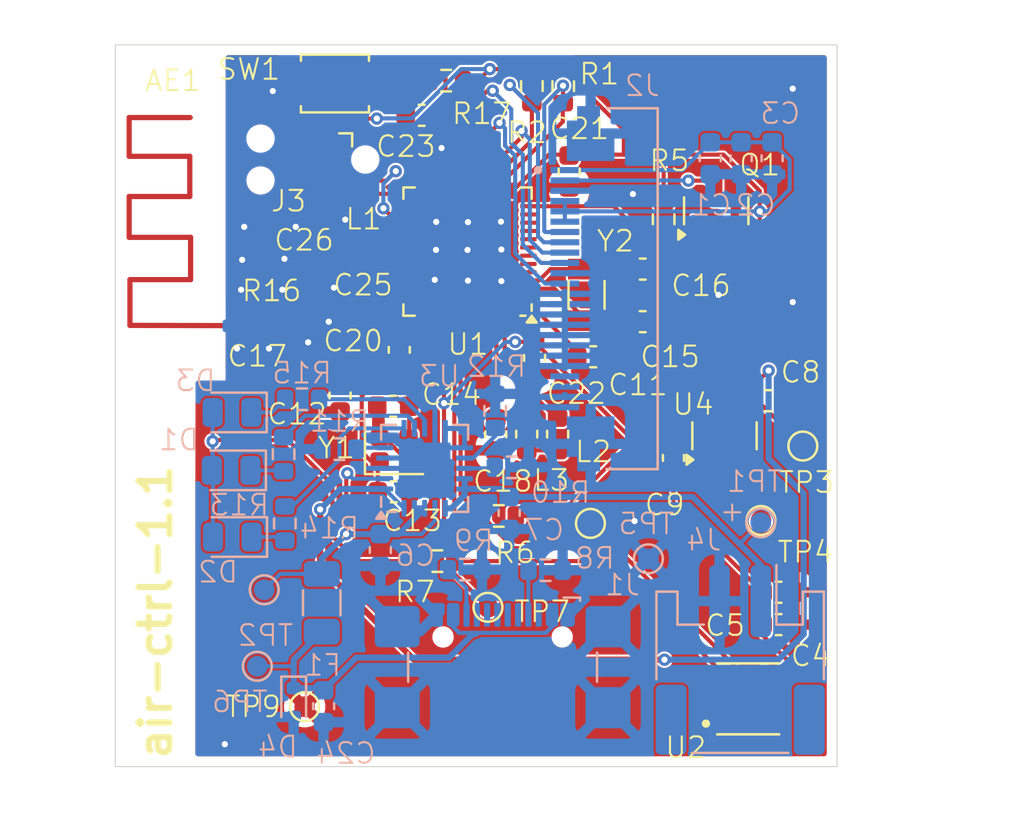
<source format=kicad_pcb>
(kicad_pcb (version 20241229) (generator "pcbnew") (generator_version "9.0")
  (title_block (title "air-ctrl") (date "2025-10-18") (rev "1.1"))
  (layers (0 "F.Cu" signal) (2 "B.Cu" signal) (13 "F.Paste" user) (15 "B.Paste" user) (5 "F.SilkS" user "F.Silkscreen") (7 "B.SilkS" user "B.Silkscreen") (1 "F.Mask" user) (3 "B.Mask" user) (25 "Edge.Cuts" user))
  (property "NAME" "air-ctrl")
  (net 0 "")
  (net 1 "Net-(AE1-FEED)")
  (net 2 "-BATT")
  (net 3 "/power/V_3V3")
  (net 4 "/power/V_IN")
  (net 5 "+BATT")
  (net 6 "Net-(U4-VI)")
  (net 7 "Net-(C26-Pad1)")
  (net 8 "Net-(U1-DEC1)")
  (net 9 "Net-(U1-DEC3)")
  (net 10 "Net-(U1-XC1)")
  (net 11 "Net-(U1-XC2)")
  (net 12 "Net-(U1-P0.00{slash}XL1)")
  (net 13 "Net-(U1-P0.01{slash}XL2)")
  (net 14 "Net-(U1-DEC4)")
  (net 16 "Net-(D1-K)")
  (net 17 "Net-(D2-K)")
  (net 18 "Net-(D3-K)")
  (net 20 "Net-(J1-CC1)")
  (net 23 "/power/V_BUS")
  (net 24 "Net-(J1-CC2)")
  (net 28 "/display/DISP_RST")
  (net 29 "/display/DISP_CS")
  (net 31 "/display/DISP_DC")
  (net 33 "/display/LEDK")
  (net 34 "Net-(J3-~{RESET})")
  (net 35 "Net-(J3-SWDIO)")
  (net 36 "Net-(J3-SWCLK)")
  (net 37 "Net-(J3-SWO)")
  (net 38 "Net-(U1-ANT)")
  (net 39 "Net-(L2-Pad1)")
  (net 40 "Net-(U1-DCC)")
  (net 41 "/display/DISP_BL")
  (net 42 "/display/DISP_MOSI")
  (net 43 "/display/DISP_SCLK")
  (net 44 "/mcu/I2C_SDA")
  (net 45 "/mcu/I2C_SCL")
  (net 46 "Net-(U3-PROG1)")
  (net 47 "Net-(U3-THERM)")
  (net 48 "Net-(U3-PROG3)")
  (net 49 "Net-(U3-STAT2)")
  (net 50 "Net-(U3-~{PG})")
  (net 51 "Net-(U3-STAT1{slash}~{LBO})")
  (footprint "Resistor_SMD:R_0201_0603Metric" (layer "F.Cu") (at 157.025 53.62)
    (property "Reference" "R16")
    (property "Value" "0R")
  )
  (footprint "Package_DFN_QFN:QFN-48-1EP_6x6mm_P0.4mm_EP4.6x4.6mm" (layer "F.Cu") (at 167.08 50 180)
    (property "Reference" "U1")
    (property "Value" "nRF52832-QFxx")
  )
  (footprint "Capacitor_SMD:C_0603_1608Metric" (layer "F.Cu") (at 163.77 54.765 -90)
    (property "Reference" "C20")
    (property "Value" "0.1uF")
  )
  (footprint "Resistor_SMD:R_0603_1608Metric" (layer "F.Cu") (at 165.615 65.01)
    (property "Reference" "R7")
    (property "Value" "4.7k")
  )
  (footprint "Capacitor_SMD:C_0603_1608Metric" (layer "F.Cu") (at 175.575 53.4)
    (property "Reference" "C15")
    (property "Value" "12pF")
  )
  (footprint "Capacitor_SMD:C_0603_1608Metric" (layer "F.Cu") (at 175.575 50.85)
    (property "Reference" "C16")
    (property "Value" "12pF")
  )
  (footprint "Inductor_SMD:L_0603_1608Metric" (layer "F.Cu") (at 171.45 58.8525 90)
    (property "Reference" "L2")
    (property "Value" "10uH")
  )
  (footprint "Capacitor_SMD:C_0201_0603Metric" (layer "F.Cu") (at 155.92 53.27 90)
    (property "Reference" "C17")
    (property "Value" "1.5pF")
  )
  (footprint "TestPoint:TestPoint_Pad_D1.0mm" (layer "F.Cu") (at 181.31 63.04 90)
    (property "Reference" "TP4")
    (property "Value" "TP_3V3")
  )
  (footprint "Resistor_SMD:R_0603_1608Metric" (layer "F.Cu") (at 170.2 41.975 -90)
    (property "Reference" "R2")
    (property "Value" "10k")
  )
  (footprint "Inductor_SMD:L_0603_1608Metric" (layer "F.Cu") (at 169.95 58.8525 -90)
    (property "Reference" "L3")
    (property "Value" "15uH")
  )
  (footprint "Capacitor_SMD:C_0603_1608Metric" (layer "F.Cu") (at 163.475 57.5)
    (property "Reference" "C14")
    (property "Value" "12pF")
  )
  (footprint "Package_TO_SOT_SMD:SOT-23" (layer "F.Cu") (at 179.54 58.9325 90)
    (property "Reference" "U4")
    (property "Value" "MCP1700x-330xxTT")
  )
  (footprint "Package_TO_SOT_SMD:SOT-23" (layer "F.Cu") (at 179.14 48.0225 90)
    (property "Reference" "Q1")
    (property "Value" "BSS138")
  )
  (footprint "Capacitor_SMD:C_0603_1608Metric" (layer "F.Cu") (at 164.855 43.39 180)
    (property "Reference" "C23")
    (property "Value" "100nF")
  )
  (footprint "Capacitor_SMD:C_0603_1608Metric" (layer "F.Cu") (at 173.175 55.1)
    (property "Reference" "C11")
    (property "Value" "100nF")
  )
  (footprint "TestPoint:TestPoint_Pad_D1.0mm" (layer "F.Cu") (at 183.34 59.43 90)
    (property "Reference" "TP3")
    (property "Value" "TP_VOUT")
  )
  (footprint "BME688:IC_BME688" (layer "F.Cu") (at 180.6875 71.69 180)
    (property "Reference" "U2")
    (property "Value" "BME688")
  )
  (footprint "Capacitor_SMD:C_0603_1608Metric" (layer "F.Cu") (at 181.655 57.23)
    (property "Reference" "C8")
    (property "Value" "1uF")
  )
  (footprint "Resistor_SMD:R_0603_1608Metric" (layer "F.Cu") (at 168.595 62.82 180)
    (property "Reference" "R6")
    (property "Value" "4.7k")
  )
  (footprint "Capacitor_SMD:C_0603_1608Metric" (layer "F.Cu") (at 177.065 60.0075 90)
    (property "Reference" "C9")
    (property "Value" "1uF")
  )
  (footprint "TestPoint:TestPoint_Pad_D1.0mm" (layer "F.Cu") (at 173.04 63.18 180)
    (property "Reference" "TP8" (hide yes))
    (property "Value" "TP_SDA")
  )
  (footprint "Resistor_SMD:R_0603_1608Metric" (layer "F.Cu") (at 176.59 48.435 -90)
    (property "Reference" "R5")
    (property "Value" "10k")
  )
  (footprint "Button_Switch_SMD:SW_SPST_B3U-1000P" (layer "F.Cu") (at 160.65 41.85)
    (property "Reference" "SW1")
    (property "Value" "SW_RST")
  )
  (footprint "Resistor_SMD:R_0603_1608Metric" (layer "F.Cu") (at 171.72 41.98 -90)
    (property "Reference" "R1")
    (property "Value" "10k")
  )
  (footprint "Capacitor_SMD:C_0603_1608Metric" (layer "F.Cu") (at 170.33 55.155 -90)
    (property "Reference" "C22")
    (property "Value" "4.7uF")
  )
  (footprint "Capacitor_SMD:C_0603_1608Metric" (layer "F.Cu") (at 163.5 61.65 180)
    (property "Reference" "C13")
    (property "Value" "12pF")
  )
  (footprint "RF_Antenna:Antenna_BLE" (layer "F.Cu") (at 153.71 48.88 90)
    (property "Reference" "AE1")
    (property "Value" "~")
  )
  (footprint "Capacitor_SMD:C_0201_0603Metric" (layer "F.Cu") (at 163.1 49.77 -90)
    (property "Reference" "C25")
    (property "Value" "0.8pF")
  )
  (footprint "Resistor_SMD:R_0603_1608Metric" (layer "F.Cu") (at 166.045 41.71)
    (property "Reference" "R17")
    (property "Value" "10k")
  )
  (footprint "Connector:Tag-Connect_TC2030-IDC-NL_2x03_P1.27mm_Vertical" (layer "F.Cu") (at 159.58 45.535 180)
    (property "Reference" "J3")
    (property "Value" "Conn_ARM_SWD_TagConnect_TC2030-NL")
  )
  (footprint "Inductor_SMD:L_0201_0603Metric" (layer "F.Cu") (at 162.035 49.47)
    (property "Reference" "L1")
    (property "Value" "3.9nH")
  )
  (footprint "Capacitor_SMD:C_0603_1608Metric" (layer "F.Cu") (at 182.165 68.09)
    (property "Reference" "C5")
    (property "Value" "4.7uF")
  )
  (footprint "TestPoint:TestPoint_Pad_D1.0mm" (layer "F.Cu") (at 159.18 72.07)
    (property "Reference" "TP9")
    (property "Value" "TP_GND")
  )
  (footprint "Capacitor_SMD:C_0201_0603Metric" (layer "F.Cu") (at 160.98 50.125 -90)
    (property "Reference" "C26")
    (property "Value" "NC")
  )
  (footprint "Crystal:Crystal_SMD_3215-2Pin_3.2x1.5mm" (layer "F.Cu") (at 172.85 52.1 -90)
    (property "Reference" "Y2")
    (property "Value" "32.768kHz")
  )
  (footprint "TestPoint:TestPoint_Pad_D1.0mm" (layer "F.Cu") (at 168.07 67.25 180)
    (property "Reference" "TP7")
    (property "Value" "TP_SCL")
  )
  (footprint "Crystal:Crystal_SMD_2016-4Pin_2.0x1.6mm" (layer "F.Cu") (at 163.515 59.58)
    (property "Reference" "Y1")
    (property "Value" "32MHz")
  )
  (footprint "Capacitor_SMD:C_0603_1608Metric" (layer "F.Cu") (at 160.9 56.975 -90)
    (property "Reference" "C12")
    (property "Value" "100pF")
  )
  (footprint "Capacitor_SMD:C_0603_1608Metric" (layer "F.Cu") (at 172.01 46.115 -90)
    (property "Reference" "C21")
    (property "Value" "0.1uF")
  )
  (footprint "Capacitor_SMD:C_0603_1608Metric" (layer "F.Cu") (at 168.45 58.865 -90)
    (property "Reference" "C18")
    (property "Value" "1uF")
  )
  (footprint "Capacitor_SMD:C_0603_1608Metric" (layer "F.Cu") (at 182.165 66.52)
    (property "Reference" "C4")
    (property "Value" "0.1uF")
  )
  (footprint "TestPoint:TestPoint_Pad_D1.0mm" (layer "B.Cu") (at 181.3 63.15 -90)
    (property "Reference" "TP1")
    (property "Value" "TP_VBATT")
  )
  (footprint "Resistor_SMD:R_0603_1608Metric" (layer "B.Cu") (at 160.865 59.58 180)
    (property "Reference" "R11")
    (property "Value" "10k")
  )
  (footprint "Capacitor_SMD:C_0603_1608Metric" (layer "B.Cu") (at 162.85 64.475 -90)
    (property "Reference" "C6")
    (property "Value" "10uF")
  )
  (footprint "LED_SMD:LED_0805_2012Metric" (layer "B.Cu") (at 155.6725 63.84 180)
    (property "Reference" "D2")
    (property "Value" "PWR_LED")
  )
  (footprint "Capacitor_SMD:C_0603_1608Metric" (layer "B.Cu") (at 160.1 72.045 -90)
    (property "Reference" "C24")
    (property "Value" "100nF")
  )
  (footprint "TestPoint:TestPoint_Pad_D1.0mm" (layer "B.Cu") (at 157.22 66.4 -90)
    (property "Reference" "TP2")
    (property "Value" "TP_VIN")
  )
  (footprint "Package_DFN_QFN:QFN-20-1EP_4x4mm_P0.5mm_EP2.5x2.5mm" (layer "B.Cu") (at 165 60.5125)
    (property "Reference" "U3")
    (property "Value" "MCP73871-2CC")
  )
  (footprint "Capacitor_SMD:C_0603_1608Metric" (layer "B.Cu") (at 180.35 45.475 -90)
    (property "Reference" "C2")
    (property "Value" "10uF")
  )
  (footprint "LED_SMD:LED_0805_2012Metric" (layer "B.Cu") (at 155.6175 60.61 180)
    (property "Reference" "D1")
    (property "Value" "CHG_LED")
  )
  (footprint "Resistor_SMD:R_0603_1608Metric" (layer "B.Cu") (at 166.955 65.42)
    (property "Reference" "R9")
    (property "Value" "5.1k")
  )
  (footprint "TestPoint:TestPoint_Pad_D1.0mm" (layer "B.Cu") (at 156.885 70.11 -90)
    (property "Reference" "TP6")
    (property "Value" "TP_VBUS")
  )
  (footprint "Resistor_SMD:R_0603_1608Metric" (layer "B.Cu") (at 168.42 57.725 90)
    (property "Reference" "R12")
    (property "Value" "10k")
  )
  (footprint "Capacitor_SMD:C_0603_1608Metric" (layer "B.Cu") (at 178.85 45.475 -90)
    (property "Reference" "C1")
    (property "Value" "10uF")
  )
  (footprint "SFV24R_2STE1HLF:AMPHENOL_SFV24R-2STE1HLF" (layer "B.Cu") (at 174.2 51.8 -90)
    (property "Reference" "J2")
    (property "Value" "SFV24R-2STE1HLF")
  )
  (footprint "Connector_JST:JST_PH_S2B-PH-SM4-TB_1x02-1MP_P2.00mm_Horizontal" (layer "B.Cu") (at 180.3 69.8 180)
    (property "Reference" "J4")
    (property "Value" "Conn_01x02")
  )
  (footprint "Connector_USB:USB_C_Receptacle_GCT_USB4110" (layer "B.Cu") (at 168.78 71.295 180)
    (property "Reference" "J1")
    (property "Value" "USB_C_Receptacle_USB2.0_16P")
  )
  (footprint "Diode_SMD:D_SOD-523" (layer "B.Cu") (at 158.65 71.87 -90)
    (property "Reference" "D4")
    (property "Value" "ESD5Zxx")
  )
  (footprint "Resistor_SMD:R_0603_1608Metric" (layer "B.Cu") (at 158.22 63.185 90)
    (property "Reference" "R14")
    (property "Value" "12k")
  )
  (footprint "Resistor_SMD:R_0603_1608Metric" (layer "B.Cu") (at 159.055 57.16)
    (property "Reference" "R15")
    (property "Value" "12k")
  )
  (footprint "Resistor_SMD:R_0603_1608Metric" (layer "B.Cu") (at 158.16 59.825 90)
    (property "Reference" "R13")
    (property "Value" "12k")
  )
  (footprint "Fuse:Fuse_1206_3216Metric" (layer "B.Cu") (at 160.01 67.03 90)
    (property "Reference" "F1")
    (property "Value" "Polyfuse")
  )
  (footprint "Resistor_SMD:R_0603_1608Metric" (layer "B.Cu") (at 169.225 60.46)
    (property "Reference" "R10")
    (property "Value" "10k")
  )
  (footprint "Capacitor_SMD:C_0603_1608Metric" (layer "B.Cu") (at 169.1 62.675 -90)
    (property "Reference" "C7")
    (property "Value" "100uF")
  )
  (footprint "TestPoint:TestPoint_Pad_D1.0mm" (layer "B.Cu") (at 175.85 64.9 -90)
    (property "Reference" "TP5")
    (property "Value" "TP_GND")
  )
  (footprint "Capacitor_SMD:C_0603_1608Metric" (layer "B.Cu") (at 181.85 45.475 -90)
    (property "Reference" "C3")
    (property "Value" "0.1uF")
  )
  (footprint "LED_SMD:LED_0805_2012Metric" (layer "B.Cu") (at 155.6575 57.8 180)
    (property "Reference" "D3")
    (property "Value" "LBAT_LED")
  )
  (footprint "Resistor_SMD:R_0603_1608Metric" (layer "B.Cu") (at 170.865 65.45)
    (property "Reference" "R8")
    (property "Value" "5.1k")
  )
  (gr_curve (pts (xy 159.63 50.76) (xy 159.74 50.03) (xy 160.37 49.47) (xy 161.57 49.49)) (stroke (width 0.889)) (layer "F.Cu") (net 7))
  (gr_curve (pts (xy 157.48 53.72) (xy 158.75 53.76) (xy 159.42 53.49) (xy 159.58 52.56)) (stroke (width 0.889)) (layer "F.Cu") (net 7))
  (gr_curve (pts (xy 159.58 52.56) (xy 159.62 51.89) (xy 159.55 51.08) (xy 159.62 50.78)) (stroke (width 0.889)) (layer "F.Cu") (net 7))
  (gr_rect (start 150 39.975) (end 185 74.975) (stroke (width 0.05)) (fill no) (layer "Edge.Cuts"))
  (gr_text "${NAME}-${REVISION}" (at 152.82 74.75 90) (layer "F.SilkS") (effects (font (size 1.5 1.5) (thickness 0.3) (bold yes)) (justify left bottom)))
  (gr_text "+" (at 180.6 63.15 0) (layer "B.SilkS") (effects (font (size 1 1) (thickness 0.1)) (justify left bottom mirror)))
  (segment (start 155.678274 53.59) (end 155.677999 53.590275) (width 0.2) (layer "F.Cu") (net 1))
  (segment (start 155.9 53.61) (end 155.92 53.59) (width 0.2) (layer "F.Cu") (net 1))
  (segment (start 155.92 53.59) (end 156.675 53.59) (width 0.2) (layer "F.Cu") (net 1))
  (segment (start 155.92 53.59) (end 155.678274 53.59) (width 0.2) (layer "F.Cu") (net 1))
  (segment (start 156.675 53.59) (end 156.705 53.62) (width 0.2) (layer "F.Cu") (net 1))
  (segment (start 163.21 50.2) (end 163.1 50.09) (width 0.2) (layer "F.Cu") (net 2))
  (segment (start 157.19 43.43) (end 157.19 42.66) (width 0.2) (layer "F.Cu") (net 2))
  (segment (start 168.08 52.95) (end 168.08 53.55) (width 0.2) (layer "F.Cu") (net 2))
  (segment (start 163.050936 59.03) (end 164.150936 60.13) (width 0.2) (layer "F.Cu") (net 2))
  (segment (start 164.215 61.59) (end 164.275 61.65) (width 0.2) (layer "F.Cu") (net 2))
  (segment (start 164.150936 60.13) (end 164.215 60.13) (width 0.2) (layer "F.Cu") (net 2))
  (segment (start 164.13 50.2) (end 166.88 50.2) (width 0.2) (layer "F.Cu") (net 2))
  (segment (start 168.08 53.55) (end 167.35 54.28) (width 0.2) (layer "F.Cu") (net 2))
  (segment (start 162.7 57.5) (end 162.7 58.915) (width 0.2) (layer "F.Cu") (net 2))
  (segment (start 164.215 60.13) (end 164.215 61.59) (width 0.2) (layer "F.Cu") (net 2))
  (segment (start 164.13 50.2) (end 163.21 50.2) (width 0.2) (layer "F.Cu") (net 2))
  (segment (start 182.94 68.09) (end 182.94 66.52) (width 0.2) (layer "F.Cu") (net 2))
  (segment (start 158.31 44.9) (end 158.31 44.55) (width 0.2) (layer "F.Cu") (net 2))
  (segment (start 158.31 44.55) (end 157.19 43.43) (width 0.2) (layer "F.Cu") (net 2))
  (segment (start 157.19 42.66) (end 157.635 42.215) (width 0.2) (layer "F.Cu") (net 2))
  (segment (start 166.88 50.2) (end 167.08 50) (width 0.2) (layer "F.Cu") (net 2))
  (segment (start 162.815 59.03) (end 163.050936 59.03) (width 0.2) (layer "F.Cu") (net 2))
  (segment (start 162.7 58.915) (end 162.815 59.03) (width 0.2) (layer "F.Cu") (net 2))
  (via (at 156.1 51.85) (size 0.6) (drill 0.3) (layers "F.Cu" "B.Cu") (net 2))
  (via (at 161.15 48.45) (size 0.6) (drill 0.3) (layers "F.Cu" "B.Cu") (net 2))
  (via (at 155.31 73.89) (size 0.6) (drill 0.3) (layers "F.Cu" "B.Cu") (net 2))
  (via (at 175.18 63.07) (size 0.6) (drill 0.3) (layers "F.Cu" "B.Cu") (net 2))
  (via (at 155.9 54.7) (size 0.6) (drill 0.3) (layers "F.Cu" "B.Cu") (net 2))
  (via (at 157.45 54.7) (size 0.6) (drill 0.3) (layers "F.Cu" "B.Cu") (net 2))
  (via (at 158.2 50.35) (size 0.6) (drill 0.3) (layers "F.Cu" "B.Cu") (net 2))
  (via (at 160.6 51.75) (size 0.6) (drill 0.3) (layers "F.Cu" "B.Cu") (net 2))
  (via (at 156.25 48.8) (size 0.6) (drill 0.3) (layers "F.Cu" "B.Cu") (net 2))
  (via (at 182.85 42.1) (size 0.6) (drill 0.3) (layers "F.Cu" "B.Cu") (net 2))
  (via (at 165.56 48.56) (size 0.6) (drill 0.3) (layers "F.Cu" "B.Cu") (net 2))
  (via (at 179.25 52.1) (size 0.6) (drill 0.3) (layers "F.Cu" "B.Cu") (net 2))
  (via (at 167.1 51.41) (size 0.6) (drill 0.3) (layers "F.Cu" "B.Cu") (net 2))
  (via (at 175.1 47.21) (size 0.6) (drill 0.3) (layers "F.Cu" "B.Cu") (net 2))
  (via (at 165.82 44.98) (size 0.6) (drill 0.3) (layers "F.Cu" "B.Cu") (net 2))
  (via (at 158.1 51.85) (size 0.6) (drill 0.3) (layers "F.Cu" "B.Cu") (net 2))
  (via (at 158.75 48.8) (size 0.6) (drill 0.3) (layers "F.Cu" "B.Cu") (net 2))
  (via (at 159.35 54.4) (size 0.6) (drill 0.3) (layers "F.Cu" "B.Cu") (net 2))
  (via (at 168.72 51.43) (size 0.6) (drill 0.3) (layers "F.Cu" "B.Cu") (net 2))
  (via (at 167.08 49.92) (size 0.6) (drill 0.3) (layers "F.Cu" "B.Cu") (net 2))
  (via (at 165.49 51.37) (size 0.6) (drill 0.3) (layers "F.Cu" "B.Cu") (net 2))
  (via (at 167.1 48.57) (size 0.6) (drill 0.3) (layers "F.Cu" "B.Cu") (net 2))
  (via (at 160.35 53.4) (size 0.6) (drill 0.3) (layers "F.Cu" "B.Cu") (net 2))
  (via (at 182.85 52.45) (size 0.6) (drill 0.3) (layers "F.Cu" "B.Cu") (net 2))
  (via (at 157.635 42.215) (size 0.6) (drill 0.3) (layers "F.Cu" "B.Cu") (net 2))
  (via (at 168.72 49.9) (size 0.6) (drill 0.3) (layers "F.Cu" "B.Cu") (net 2))
  (via (at 156.15 50.4) (size 0.6) (drill 0.3) (layers "F.Cu" "B.Cu") (net 2))
  (via (at 165.55 49.92) (size 0.6) (drill 0.3) (layers "F.Cu" "B.Cu") (net 2))
  (via (at 168.7 48.55) (size 0.6) (drill 0.3) (layers "F.Cu" "B.Cu") (net 2))
  (segment (start 173.315 67.615) (end 173.89 68.19) (width 0.2) (layer "B.Cu") (net 2))
  (segment (start 177.065 60.7825) (end 176.7425 60.7825) (width 0.2) (layer "F.Cu") (net 3))
  (segment (start 181.31 63.04) (end 181.31 60.69) (width 0.2) (layer "F.Cu") (net 3))
  (segment (start 174.66 44.095) (end 174.66 45.3) (width 0.2) (layer "F.Cu") (net 3))
  (segment (start 171.6 45.3) (end 173.15 45.3) (width 0.2) (layer "F.Cu") (net 3))
  (segment (start 182.57 69.79) (end 181.39 68.61) (width 0.2) (layer "F.Cu") (net 3))
  (segment (start 171.715 41.15) (end 171.72 41.155) (width 0.2) (layer "F.Cu") (net 3))
  (segment (start 165.94 63.86) (end 164.79 65.01) (width 0.2) (layer "F.Cu") (net 3))
  (segment (start 169.28 52.95) (end 169.28 53.35) (width 0.2) (layer "F.Cu") (net 3))
  (segment (start 171.72 41.155) (end 174.66 44.095) (width 0.2) (layer "F.Cu") (net 3))
  (segment (start 182.57 70.9) (end 182.57 69.79) (width 0.2) (layer "F.Cu") (net 3))
  (segment (start 160.53 63.81) (end 160.53 61.31) (width 0.2) (layer "F.Cu") (net 3))
  (segment (start 168.16 41.15) (end 170.2 41.15) (width 0.2) (layer "F.Cu") (net 3))
  (segment (start 166.87 41.71) (end 167.6 41.71) (width 0.2) (layer "F.Cu") (net 3))
  (segment (start 158.36 59.14) (end 154.73 59.14) (width 0.2) (layer "F.Cu") (net 3))
  (segment (start 181.31 60.69) (end 180.49 59.87) (width 0.2) (layer "F.Cu") (net 3))
  (segment (start 170.2 41.15) (end 171.715 41.15) (width 0.2) (layer "F.Cu") (net 3))
  (segment (start 180.75 72.89) (end 179.95 72.09) (width 0.2) (layer "F.Cu") (net 3))
  (segment (start 165.94 56.16) (end 163.77 53.99) (width 0.2) (layer "F.Cu") (net 3))
  (segment (start 179.95 72.09) (end 179.4875 72.09) (width 0.2) (layer "F.Cu") (net 3))
  (segment (start 176.7425 60.7825) (end 175.12 59.16) (width 0.2) (layer "F.Cu") (net 3))
  (segment (start 174.66 45.3) (end 176.59 45.3) (width 0.2) (layer "F.Cu") (net 3))
  (segment (start 181.25 48.05) (end 181.25 53.03) (width 0.2) (layer "F.Cu") (net 3))
  (segment (start 181.8875 72.89) (end 182.57 72.2075) (width 0.2) (layer "F.Cu") (net 3))
  (segment (start 181.8875 72.89) (end 180.75 72.89) (width 0.2) (layer "F.Cu") (net 3))
  (segment (start 170.33 54) (end 169.28 52.95) (width 0.2) (layer "F.Cu") (net 3))
  (segment (start 182.18 71.29) (end 182.57 70.9) (width 0.2) (layer "F.Cu") (net 3))
  (segment (start 164.13 52.2) (end 164.13 53.63) (width 0.2) (layer "F.Cu") (net 3))
  (segment (start 154.73 59.14) (end 154.72 59.15) (width 0.2) (layer "F.Cu") (net 3))
  (segment (start 164.13 53.63) (end 163.77 53.99) (width 0.2) (layer "F.Cu") (net 3))
  (segment (start 177.191 60.9085) (end 179.4515 60.9085) (width 0.2) (layer "F.Cu") (net 3))
  (segment (start 181.39 68.09) (end 181.39 66.52) (width 0.2) (layer "F.Cu") (net 3))
  (segment (start 177.065 62.195) (end 181.39 66.52) (width 0.2) (layer "F.Cu") (net 3))
  (segment (start 181.25 53.03) (end 175.12 59.16) (width 0.2) (layer "F.Cu") (net 3))
  (segment (start 171.46 62.82) (end 169.42 62.82) (width 0.2) (layer "F.Cu") (net 3))
  (segment (start 169.39 54.38) (end 170.33 54.38) (width 0.2) (layer "F.Cu") (net 3))
  (segment (start 177.065 60.7825) (end 177.191 60.9085) (width 0.2) (layer "F.Cu") (net 3))
  (segment (start 182.57 72.2075) (end 182.57 70.9) (width 0.2) (layer "F.Cu") (net 3))
  (segment (start 181.25 47.06) (end 181.25 48.05) (width 0.2) (layer "F.Cu") (net 3))
  (segment (start 179.49 45.3) (end 181.25 47.06) (width 0.2) (layer "F.Cu") (net 3))
  (segment (start 164.79 65.01) (end 161.73 65.01) (width 0.2) (layer "F.Cu") (net 3))
  (segment (start 176.59 45.3) (end 179.49 45.3) (width 0.2) (layer "F.Cu") (net 3))
  (segment (start 175.11 59.16) (end 175.12 59.16) (width 0.2) (layer "F.Cu") (net 3))
  (segment (start 165.94 57.35) (end 165.94 56.16) (width 0.2) (layer "F.Cu") (net 3))
  (segment (start 174.7 45.3) (end 173.15 45.3) (width 0.2) (layer "F.Cu") (net 3))
  (segment (start 170.33 54.38) (end 175.11 59.16) (width 0.2) (layer "F.Cu") (net 3))
  (segment (start 181.39 68.61) (end 181.39 68.09) (width 0.2) (layer "F.Cu") (net 3))
  (segment (start 175.12 59.16) (end 171.46 62.82) (width 0.2) (layer "F.Cu") (net 3))
  (segment (start 165.94 57.35) (end 165.94 63.86) (width 0.2) (layer "F.Cu") (net 3))
  (segment (start 161.73 65.01) (end 160.53 63.81) (width 0.2) (layer "F.Cu") (net 3))
  (segment (start 176.59 47.61) (end 176.59 45.3) (width 0.2) (layer "F.Cu") (net 3))
  (segment (start 160.85 44.9) (end 162.2 43.55) (width 0.2) (layer "F.Cu") (net 3))
  (segment (start 169.28 53.33) (end 169.28 52.95) (width 0.2) (layer "F.Cu") (net 3))
  (segment (start 167.6 41.71) (end 168.16 41.15) (width 0.2) (layer "F.Cu") (net 3))
  (segment (start 171.03 45.3) (end 171.6 45.3) (width 0.2) (layer "F.Cu") (net 3))
  (segment (start 162.2 43.55) (end 162.68 43.55) (width 0.2) (layer "F.Cu") (net 3))
  (segment (start 169.28 47.05) (end 171.03 45.3) (width 0.2) (layer "F.Cu") (net 3))
  (segment (start 179.4515 60.9085) (end 180.49 59.87) (width 0.2) (layer "F.Cu") (net 3))
  (segment (start 181.8875 71.29) (end 182.18 71.29) (width 0.2) (layer "F.Cu") (net 3))
  (segment (start 177.065 60.7825) (end 177.065 62.195) (width 0.2) (layer "F.Cu") (net 3))
  (segment (start 170.33 54.38) (end 170.33 54) (width 0.2) (layer "F.Cu") (net 3))
  (segment (start 160.53 61.31) (end 158.36 59.14) (width 0.2) (layer "F.Cu") (net 3))
  (via (at 181.25 48.05) (size 0.6) (drill 0.3) (layers "F.Cu" "B.Cu") (net 3))
  (via (at 162.68 43.55) (size 0.6) (drill 0.3) (layers "F.Cu" "B.Cu") (net 3))
  (via (at 165.94 57.35) (size 0.6) (drill 0.3) (layers "F.Cu" "B.Cu") (net 3))
  (via (at 154.72 59.2) (size 0.6) (drill 0.3) (layers "F.Cu" "B.Cu") (net 3))
  (via (at 169.39 54.38) (size 0.6) (drill 0.3) (layers "F.Cu" "B.Cu") (net 3))
  (via (at 168.16 41.15) (size 0.6) (drill 0.3) (layers "F.Cu" "B.Cu") (net 3))
  (segment (start 182 44.7) (end 181.85 44.7) (width 0.2) (layer "B.Cu") (net 3))
  (segment (start 154.735 63.84) (end 154.735 60.665) (width 0.2) (layer "B.Cu") (net 3))
  (segment (start 181.85 44.7) (end 180.35 44.7) (width 0.2) (layer "B.Cu") (net 3))
  (segment (start 154.72 57.8) (end 154.72 59.2) (width 0.2) (layer "B.Cu") (net 3))
  (segment (start 166.77 41.15) (end 168.16 41.15) (width 0.2) (layer "B.Cu") (net 3))
  (segment (start 181.63 48.05) (end 182.7 46.98) (width 0.2) (layer "B.Cu") (net 3))
  (segment (start 182.7 46.98) (end 182.7 45.55) (width 0.2) (layer "B.Cu") (net 3))
  (segment (start 162.69 43.54) (end 164.38 43.54) (width 0.2) (layer "B.Cu") (net 3))
  (segment (start 154.72 60.57) (end 154.68 60.61) (width 0.2) (layer "B.Cu") (net 3))
  (segment (start 162.68 43.55) (end 162.69 43.54) (width 0.2) (layer "B.Cu") (net 3))
  (segment (start 171.8 48.05) (end 181.25 48.05) (width 0.2) (layer "B.Cu") (net 3))
  (segment (start 168.91 54.38) (end 165.94 57.35) (width 0.2) (layer "B.Cu") (net 3))
  (segment (start 171.8 46.05) (end 177.5 46.05) (width 0.2) (layer "B.Cu") (net 3))
  (segment (start 171.8 48.55) (end 171.8 48.05) (width 0.2) (layer "B.Cu") (net 3))
  (segment (start 178.85 44.7) (end 180.35 44.7) (width 0.2) (layer "B.Cu") (net 3))
  (segment (start 169.39 54.38) (end 168.91 54.38) (width 0.2) (layer "B.Cu") (net 3))
  (segment (start 177.5 46.05) (end 178.85 44.7) (width 0.2) (layer "B.Cu") (net 3))
  (segment (start 181.25 48.05) (end 181.63 48.05) (width 0.2) (layer "B.Cu") (net 3))
  (segment (start 164.38 43.54) (end 166.77 41.15) (width 0.2) (layer "B.Cu") (net 3))
  (segment (start 171.8 47.55) (end 171.8 48.05) (width 0.2) (layer "B.Cu") (net 3))
  (segment (start 154.72 59.2) (end 154.72 60.57) (width 0.2) (layer "B.Cu") (net 3))
  (segment (start 154.735 60.665) (end 154.68 60.61) (width 0.2) (layer "B.Cu") (net 3))
  (segment (start 182.7 45.55) (end 181.85 44.7) (width 0.2) (layer "B.Cu") (net 3))
  (segment (start 161.2 63.69) (end 161.19 63.7) (width 0.2) (layer "F.Cu") (net 4))
  (segment (start 161.2 60.8) (end 161.2 63.69) (width 0.2) (layer "F.Cu") (net 4))
  (segment (start 161.2 60.8) (end 161.25 60.75) (width 0.3) (layer "F.Cu") (net 4))
  (via (at 161.25 60.75) (size 0.6) (drill 0.3) (layers "F.Cu" "B.Cu") (net 4))
  (via (at 161.19 63.7) (size 0.6) (drill 0.3) (layers "F.Cu" "B.Cu") (net 4))
  (segment (start 164.85 63.7) (end 163.75 63.7) (width 0.2) (layer "B.Cu") (net 4))
  (segment (start 160.01 64.88) (end 160.01 65.63) (width 0.3) (layer "B.Cu") (net 4))
  (segment (start 161.19 63.7) (end 162.85 63.7) (width 0.3) (layer "B.Cu") (net 4))
  (segment (start 163.75 63.7) (end 165 62.45) (width 0.3) (layer "B.Cu") (net 4))
  (segment (start 164.5 62.45) (end 165 62.45) (width 0.3) (layer "B.Cu") (net 4))
  (segment (start 161.5125 61.0125) (end 161.25 60.75) (width 0.2) (layer "B.Cu") (net 4))
  (segment (start 157.99 65.63) (end 157.22 66.4) (width 0.2) (layer "B.Cu") (net 4))
  (segment (start 162.85 63.7) (end 163.75 63.7) (width 0.3) (layer "B.Cu") (net 4))
  (segment (start 160.01 65.63) (end 157.99 65.63) (width 0.2) (layer "B.Cu") (net 4))
  (segment (start 161.19 63.7) (end 160.01 64.88) (width 0.3) (layer "B.Cu") (net 4))
  (segment (start 165.5 63.05) (end 164.85 63.7) (width 0.2) (layer "B.Cu") (net 4))
  (segment (start 165.5 62.45) (end 165.5 63.05) (width 0.2) (layer "B.Cu") (net 4))
  (segment (start 163.0625 61.0125) (end 161.5125 61.0125) (width 0.2) (layer "B.Cu") (net 4))
  (segment (start 166.9375 61.0125) (end 166.9375 61.5125) (width 0.3) (layer "B.Cu") (net 5))
  (segment (start 178 61.9) (end 169.1 61.9) (width 0.3) (layer "B.Cu") (net 5))
  (segment (start 180.28 64.18) (end 178 61.9) (width 0.3) (layer "B.Cu") (net 5))
  (segment (start 181.3 63.15) (end 180.28 64.17) (width 0.2) (layer "B.Cu") (net 5))
  (segment (start 166.9375 61.5125) (end 168.7125 61.5125) (width 0.3) (layer "B.Cu") (net 5))
  (segment (start 166.3 62.45) (end 166.9375 61.8125) (width 0.3) (layer "B.Cu") (net 5))
  (segment (start 181.3 65.2) (end 180.28 64.18) (width 0.3) (layer "B.Cu") (net 5))
  (segment (start 168.7125 61.5125) (end 169.1 61.9) (width 0.3) (layer "B.Cu") (net 5))
  (segment (start 180.28 64.17) (end 180.28 64.18) (width 0.2) (layer "B.Cu") (net 5))
  (segment (start 181.3 66.95) (end 181.3 65.2) (width 0.3) (layer "B.Cu") (net 5))
  (segment (start 166.9375 61.8125) (end 166.9375 61.5125) (width 0.3) (layer "B.Cu") (net 5))
  (segment (start 166 62.45) (end 166.3 62.45) (width 0.3) (layer "B.Cu") (net 5))
  (segment (start 180.88 56.57) (end 181.68 55.77) (width 0.2) (layer "F.Cu") (net 6))
  (segment (start 164.48 69.79) (end 176.63 69.79) (width 0.3) (layer "F.Cu") (net 6))
  (segment (start 181.14 57.23) (end 180.88 57.23) (width 0.2) (layer "F.Cu") (net 6))
  (segment (start 179.54 57.995) (end 180.115 57.995) (width 0.2) (layer "F.Cu") (net 6))
  (segment (start 180.88 57.23) (end 180.88 56.57) (width 0.2) (layer "F.Cu") (net 6))
  (segment (start 159.93 65.24) (end 164.48 69.79) (width 0.3) (layer "F.Cu") (net 6))
  (segment (start 183.34 59.43) (end 181.14 57.23) (width 0.2) (layer "F.Cu") (net 6))
  (segment (start 159.93 62.5) (end 159.93 65.24) (width 0.3) (layer "F.Cu") (net 6))
  (segment (start 180.115 57.995) (end 180.88 57.23) (width 0.2) (layer "F.Cu") (net 6))
  (via (at 159.93 62.5) (size 0.6) (drill 0.3) (layers "F.Cu" "B.Cu") (net 6))
  (via (at 176.63 69.79) (size 0.6) (drill 0.3) (layers "F.Cu" "B.Cu") (net 6))
  (via (at 181.68 55.77) (size 0.6) (drill 0.3) (layers "F.Cu" "B.Cu") (net 6))
  (segment (start 163.0625 61.5125) (end 164 62.45) (width 0.2) (layer "B.Cu") (net 6))
  (segment (start 160.9175 61.5125) (end 163.0625 61.5125) (width 0.3) (layer "B.Cu") (net 6))
  (segment (start 183.38 68.56) (end 182.15 69.79) (width 0.3) (layer "B.Cu") (net 6))
  (segment (start 183.38 61.74) (end 183.38 68.56) (width 0.3) (layer "B.Cu") (net 6))
  (segment (start 182.15 69.79) (end 176.63 69.79) (width 0.3) (layer "B.Cu") (net 6))
  (segment (start 159.93 62.5) (end 160.9175 61.5125) (width 0.3) (layer "B.Cu") (net 6))
  (segment (start 181.68 60.04) (end 183.38 61.74) (width 0.3) (layer "B.Cu") (net 6))
  (segment (start 181.68 55.77) (end 181.68 60.04) (width 0.3) (layer "B.Cu") (net 6))
  (segment (start 172.4 55.1) (end 172.4 54.84) (width 0.2) (layer "F.Cu") (net 8))
  (segment (start 170.03 52.47) (end 170.03 52.2) (width 0.2) (layer "F.Cu") (net 8))
  (segment (start 172.4 54.84) (end 170.03 52.47) (width 0.2) (layer "F.Cu") (net 8))
  (segment (start 160.9 54.7) (end 160.9 56.2) (width 0.2) (layer "F.Cu") (net 9))
  (segment (start 161.6 54) (end 160.9 54.7) (width 0.2) (layer "F.Cu") (net 9))
  (segment (start 162.5171 51) (end 161.6 51.9171) (width 0.2) (layer "F.Cu") (net 9))
  (segment (start 164.13 51) (end 162.5171 51) (width 0.2) (layer "F.Cu") (net 9))
  (segment (start 161.6 51.9171) (end 161.6 54) (width 0.2) (layer "F.Cu") (net 9))
  (segment (start 162.725 60.22) (end 162.815 60.13) (width 0.2) (layer "F.Cu") (net 10))
  (segment (start 162.725 61.65) (end 162.725 60.22) (width 0.2) (layer "F.Cu") (net 10))
  (segment (start 161.949 59.714) (end 161.949 57.02589) (width 0.2) (layer "F.Cu") (net 10))
  (segment (start 162.6842 51.4) (end 164.13 51.4) (width 0.2) (layer "F.Cu") (net 10))
  (segment (start 161.949 57.02589) (end 162.001 56.97389) (width 0.2) (layer "F.Cu") (net 10))
  (segment (start 162.365 60.13) (end 161.949 59.714) (width 0.2) (layer "F.Cu") (net 10))
  (segment (start 162.001 56.97389) (end 162.001 52.0832) (width 0.2) (layer "F.Cu") (net 10))
  (segment (start 162.815 60.13) (end 162.365 60.13) (width 0.2) (layer "F.Cu") (net 10))
  (segment (start 162.001 52.0832) (end 162.6842 51.4) (width 0.2) (layer "F.Cu") (net 10))
  (segment (start 162.7 51.9513) (end 162.8513 51.8) (width 0.2) (layer "F.Cu") (net 11))
  (segment (start 164.25 58.995) (end 164.215 59.03) (width 0.2) (layer "F.Cu") (net 11))
  (segment (start 164.04 57.5) (end 162.7 56.16) (width 0.2) (layer "F.Cu") (net 11))
  (segment (start 162.8513 51.8) (end 164.13 51.8) (width 0.2) (layer "F.Cu") (net 11))
  (segment (start 164.25 57.5) (end 164.04 57.5) (width 0.2) (layer "F.Cu") (net 11))
  (segment (start 164.25 57.5) (end 164.25 58.995) (width 0.2) (layer "F.Cu") (net 11))
  (segment (start 162.7 56.16) (end 162.7 51.9513) (width 0.2) (layer "F.Cu") (net 11))
  (segment (start 174.8 53.4) (end 172.9 53.4) (width 0.2) (layer "F.Cu") (net 12))
  (segment (start 170.03 51.8) (end 171.3 51.8) (width 0.2) (layer "F.Cu") (net 12))
  (segment (start 171.3 51.8) (end 172.85 53.35) (width 0.2) (layer "F.Cu") (net 12))
  (segment (start 172.9 53.4) (end 172.85 53.35) (width 0.2) (layer "F.Cu") (net 12))
  (segment (start 170.03 51.4) (end 170.55 51.4) (width 0.2) (layer "F.Cu") (net 13))
  (segment (start 174.8 50.85) (end 172.85 50.85) (width 0.2) (layer "F.Cu") (net 13))
  (segment (start 171.1 50.85) (end 172.85 50.85) (width 0.2) (layer "F.Cu") (net 13))
  (segment (start 170.55 51.4) (end 171.1 50.85) (width 0.2) (layer "F.Cu") (net 13))
  (segment (start 168.48 52.95) (end 168.48 58.06) (width 0.2) (layer "F.Cu") (net 14))
  (segment (start 169.95 58.065) (end 168.475 58.065) (width 0.2) (layer "F.Cu") (net 14))
  (segment (start 168.48 58.06) (end 168.45 58.09) (width 0.2) (layer "F.Cu") (net 14))
  (segment (start 168.475 58.065) (end 168.45 58.09) (width 0.2) (layer "F.Cu") (net 14))
  (segment (start 156.555 60.61) (end 158.12 60.61) (width 0.2) (layer "B.Cu") (net 16))
  (segment (start 158.12 60.61) (end 158.16 60.65) (width 0.2) (layer "B.Cu") (net 16))
  (segment (start 158.05 63.84) (end 158.22 64.01) (width 0.2) (layer "B.Cu") (net 17))
  (segment (start 156.61 63.84) (end 158.05 63.84) (width 0.2) (layer "B.Cu") (net 17))
  (segment (start 156.595 57.8) (end 157.59 57.8) (width 0.2) (layer "B.Cu") (net 18))
  (segment (start 157.59 57.8) (end 158.23 57.16) (width 0.2) (layer "B.Cu") (net 18))
  (segment (start 170.03 67.615) (end 170.03 65.46) (width 0.2) (layer "B.Cu") (net 20))
  (segment (start 170.03 65.46) (end 170.04 65.45) (width 0.2) (layer "B.Cu") (net 20))
  (segment (start 166.671 68.491) (end 166.38 68.2) (width 0.2) (layer "B.Cu") (net 23))
  (segment (start 167.339 68.541) (end 167.49 68.541) (width 0.3) (layer "B.Cu") (net 23))
  (segment (start 166.19 69.69) (end 167.339 68.541) (width 0.3) (layer "B.Cu") (net 23))
  (segment (start 161.68 69.69) (end 160.1 71.27) (width 0.3) (layer "B.Cu") (net 23))
  (segment (start 158.65 71.17) (end 158.65 70.11) (width 0.3) (layer "B.Cu") (net 23))
  (segment (start 160 71.17) (end 160.1 71.27) (width 0.2) (layer "B.Cu") (net 23))
  (segment (start 158.65 71.17) (end 160 71.17) (width 0.3) (layer "B.Cu") (net 23))
  (segment (start 168.39 68.491) (end 167.59 68.491) (width 0.2) (layer "B.Cu") (net 23))
  (segment (start 156.885 70.11) (end 158.65 70.11) (width 0.2) (layer "B.Cu") (net 23))
  (segment (start 171.18 67.615) (end 171.18 68.189999) (width 0.2) (layer "B.Cu") (net 23))
  (segment (start 166.38 68.2) (end 166.38 67.615) (width 0.2) (layer "B.Cu") (net 23))
  (segment (start 167.59 68.491) (end 166.671 68.491) (width 0.2) (layer "B.Cu") (net 23))
  (segment (start 160.01 68.43) (end 158.65 69.79) (width 0.3) (layer "B.Cu") (net 23))
  (segment (start 158.65 69.79) (end 158.65 70.11) (width 0.3) (layer "B.Cu") (net 23))
  (segment (start 166.19 69.69) (end 161.68 69.69) (width 0.3) (layer "B.Cu") (net 23))
  (segment (start 171.18 68.189999) (end 170.878999 68.491) (width 0.2) (layer "B.Cu") (net 23))
  (segment (start 170.878999 68.491) (end 168.39 68.491) (width 0.2) (layer "B.Cu") (net 23))
  (segment (start 167.03 67.615) (end 167.03 66.32) (width 0.2) (layer "B.Cu") (net 24))
  (segment (start 167.03 66.32) (end 166.13 65.42) (width 0.2) (layer "B.Cu") (net 24))
  (segment (start 168.88 46.52) (end 171.7 43.7) (width 0.2) (layer "F.Cu") (net 28))
  (segment (start 168.88 47.05) (end 168.88 46.52) (width 0.2) (layer "F.Cu") (net 28))
  (segment (start 171.71 42.795) (end 171.72 42.805) (width 0.2) (layer "F.Cu") (net 28))
  (segment (start 171.7 43.7) (end 171.7 42.8) (width 0.2) (layer "F.Cu") (net 28))
  (segment (start 171.71 41.955) (end 171.71 42.795) (width 0.2) (layer "F.Cu") (net 28))
  (via (at 171.71 41.955) (size 0.6) (drill 0.3) (layers "F.Cu" "B.Cu") (net 28))
  (segment (start 170.848 49.05) (end 171.8 49.05) (width 0.2) (layer "B.Cu") (net 28))
  (segment (start 170.799 49.001) (end 170.848 49.05) (width 0.2) (layer "B.Cu") (net 28))
  (segment (start 170.799 42.866) (end 170.799 49.001) (width 0.2) (layer "B.Cu") (net 28))
  (segment (start 171.71 41.955) (end 170.799 42.866) (width 0.2) (layer "B.Cu") (net 28))
  (segment (start 169.13 41.92) (end 170.2 42.99) (width 0.2) (layer "F.Cu") (net 29))
  (segment (start 170.2 44.6) (end 168.48 46.32) (width 0.2) (layer "F.Cu") (net 29))
  (segment (start 168.48 46.32) (end 168.48 47.05) (width 0.2) (layer "F.Cu") (net 29))
  (segment (start 170.2 42.8) (end 170.2 44.6) (width 0.2) (layer "F.Cu") (net 29))
  (via (at 169.13 41.92) (size 0.6) (drill 0.3) (layers "F.Cu" "B.Cu") (net 29))
  (segment (start 170.498 43.288) (end 169.13 41.92) (width 0.2) (layer "B.Cu") (net 29))
  (segment (start 170.7809 49.55) (end 170.498 49.2671) (width 0.2) (layer "B.Cu") (net 29))
  (segment (start 171.8 49.55) (end 170.7809 49.55) (width 0.2) (layer "B.Cu") (net 29))
  (segment (start 170.498 49.2671) (end 170.498 43.288) (width 0.2) (layer "B.Cu") (net 29))
  (segment (start 168.05 42.2) (end 168.3 42.2) (width 0.2) (layer "F.Cu") (net 31))
  (segment (start 167.152 43.098) (end 168.05 42.2) (width 0.2) (layer "F.Cu") (net 31))
  (segment (start 167.152 46.402) (end 167.152 43.098) (width 0.2) (layer "F.Cu") (net 31))
  (segment (start 167.28 47.05) (end 167.28 46.53) (width 0.2) (layer "F.Cu") (net 31))
  (segment (start 167.28 46.53) (end 167.152 46.402) (width 0.2) (layer "F.Cu") (net 31))
  (via (at 168.3 42.2) (size 0.6) (drill 0.3) (layers "F.Cu" "B.Cu") (net 31))
  (segment (start 169.76 45.3) (end 169.2 44.74) (width 0.2) (layer "B.Cu") (net 31))
  (segment (start 170.6467 50.55) (end 169.76 49.6633) (width 0.2) (layer "B.Cu") (net 31))
  (segment (start 171.8 50.55) (end 170.6467 50.55) (width 0.2) (layer "B.Cu") (net 31))
  (segment (start 169.2 44.74) (end 169.2 43.1) (width 0.2) (layer "B.Cu") (net 31))
  (segment (start 169.76 49.6633) (end 169.76 45.3) (width 0.2) (layer "B.Cu") (net 31))
  (segment (start 169.2 43.1) (end 168.3 42.2) (width 0.2) (layer "B.Cu") (net 31))
  (segment (start 177.79 46.56) (end 178.615 46.56) (width 0.2) (layer "F.Cu") (net 33))
  (segment (start 178.615 46.56) (end 179.14 47.085) (width 0.2) (layer "F.Cu") (net 33))
  (via (at 177.79 46.56) (size 0.6) (drill 0.3) (layers "F.Cu" "B.Cu") (net 33))
  (segment (start 171.8 46.55) (end 177.78 46.55) (width 0.2) (layer "B.Cu") (net 33))
  (segment (start 177.78 46.55) (end 177.79 46.56) (width 0.2) (layer "B.Cu") (net 33))
  (segment (start 164.4 43.3) (end 164.45 43.35) (width 0.2) (layer "F.Cu") (net 34))
  (segment (start 164.88 47.05) (end 164.88 46.32) (width 0.2) (layer "F.Cu") (net 34))
  (segment (start 164.88 46.32) (end 164.08 45.52) (width 0.2) (layer "F.Cu") (net 34))
  (segment (start 164.08 43.39) (end 164.08 42.85) (width 0.2) (layer "F.Cu") (net 34))
  (segment (start 164.08 42.85) (end 165.22 41.71) (width 0.2) (layer "F.Cu") (net 34))
  (segment (start 162.35 42.13) (end 162.35 41.85) (width 0.2) (layer "F.Cu") (net 34))
  (segment (start 164.08 45.52) (end 164.08 43.39) (width 0.2) (layer "F.Cu") (net 34))
  (segment (start 159.58 44.9) (end 162.35 42.13) (width 0.2) (layer "F.Cu") (net 34))
  (segment (start 165.08 41.85) (end 165.22 41.71) (width 0.2) (layer "F.Cu") (net 34))
  (segment (start 162.35 41.85) (end 165.08 41.85) (width 0.2) (layer "F.Cu") (net 34))
  (segment (start 163.136301 46.563699) (end 163.6 46.1) (width 0.2) (layer "F.Cu") (net 35))
  (segment (start 160.85 46.17) (end 161.243699 46.563699) (width 0.2) (layer "F.Cu") (net 35))
  (segment (start 164.13 48.2) (end 163.3 48.2) (width 0.2) (layer "F.Cu") (net 35))
  (segment (start 163.3 48.2) (end 163 47.9) (width 0.2) (layer "F.Cu") (net 35))
  (segment (start 161.243699 46.563699) (end 163.136301 46.563699) (width 0.2) (layer "F.Cu") (net 35))
  (via (at 163 47.9) (size 0.6) (drill 0.3) (layers "F.Cu" "B.Cu") (net 35))
  (via (at 163.6 46.1) (size 0.6) (drill 0.3) (layers "F.Cu" "B.Cu") (net 35))
  (segment (start 163 46.7) (end 163.6 46.1) (width 0.2) (layer "B.Cu") (net 35))
  (segment (start 163 47.9) (end 163 46.7) (width 0.2) (layer "B.Cu") (net 35))
  (segment (start 159.58 46.17) (end 160.61 47.2) (width 0.2) (layer "F.Cu") (net 36))
  (segment (start 160.61 47.2) (end 163.53 47.2) (width 0.2) (layer "F.Cu") (net 36))
  (segment (start 163.53 47.2) (end 164.13 47.8) (width 0.2) (layer "F.Cu") (net 36))
  (segment (start 165.369 40.699) (end 166.01 41.34) (width 0.2) (layer "F.Cu") (net 37))
  (segment (start 157.5053 45.3653) (end 156.689451 45.3653) (width 0.2) (layer "F.Cu") (net 37))
  (segment (start 156.1937 44.869549) (end 156.1937 42.7043) (width 0.2) (layer "F.Cu") (net 37))
  (segment (start 166.01 42.25) (end 166.751 42.991) (width 0.2) (layer "F.Cu") (net 37))
  (segment (start 166.751 45.799) (end 166.08 46.47) (width 0.2) (layer "F.Cu") (net 37))
  (segment (start 166.08 46.47) (end 166.08 47.05) (width 0.2) (layer "F.Cu") (net 37))
  (segment (start 158.31 46.17) (end 157.5053 45.3653) (width 0.2) (layer "F.Cu") (net 37))
  (segment (start 156.689451 45.3653) (end 156.1937 44.869549) (width 0.2) (layer "F.Cu") (net 37))
  (segment (start 156.1937 42.7043) (end 158.199 40.699) (width 0.2) (layer "F.Cu") (net 37))
  (segment (start 166.751 42.991) (end 166.751 45.799) (width 0.2) (layer "F.Cu") (net 37))
  (segment (start 166.01 41.34) (end 166.01 42.25) (width 0.2) (layer "F.Cu") (net 37))
  (segment (start 158.199 40.699) (end 165.369 40.699) (width 0.2) (layer "F.Cu") (net 37))
  (segment (start 162.355 49.47) (end 163.08 49.47) (width 0.2) (layer "F.Cu") (net 38))
  (segment (start 163.25987 49.45) (end 163.1 49.45) (width 0.2) (layer "F.Cu") (net 38))
  (segment (start 163.60987 49.8) (end 163.25987 49.45) (width 0.2) (layer "F.Cu") (net 38))
  (segment (start 163.08 49.47) (end 163.1 49.45) (width 0.2) (layer "F.Cu") (net 38))
  (segment (start 164.13 49.8) (end 163.60987 49.8) (width 0.2) (layer "F.Cu") (net 38))
  (segment (start 169.95 59.64) (end 171.45 59.64) (width 0.2) (layer "F.Cu") (net 39))
  (segment (start 168.88 55.57) (end 168.88 52.95) (width 0.2) (layer "F.Cu") (net 40))
  (segment (start 171.375 58.065) (end 168.88 55.57) (width 0.2) (layer "F.Cu") (net 40))
  (segment (start 171.45 58.065) (end 171.375 58.065) (width 0.2) (layer "F.Cu") (net 40))
  (segment (start 178.19 48.96) (end 176.89 48.96) (width 0.2) (layer "F.Cu") (net 41))
  (segment (start 175.63 49.26) (end 176.59 49.26) (width 0.2) (layer "F.Cu") (net 41))
  (segment (start 174.17 47.8) (end 175.63 49.26) (width 0.2) (layer "F.Cu") (net 41))
  (segment (start 170.03 47.8) (end 174.17 47.8) (width 0.2) (layer "F.Cu") (net 41))
  (segment (start 176.89 48.96) (end 176.59 49.26) (width 0.2) (layer "F.Cu") (net 41))
  (segment (start 168.63 43.77) (end 167.68 44.72) (width 0.2) (layer "F.Cu") (net 42))
  (segment (start 167.68 44.72) (end 167.68 47.05) (width 0.2) (layer "F.Cu") (net 42))
  (segment (start 168.63 43.76) (end 168.63 43.77) (width 0.2) (layer "F.Cu") (net 42))
  (via (at 168.63 43.76) (size 0.6) (drill 0.3) (layers "F.Cu" "B.Cu") (net 42))
  (segment (start 168.63 43.76) (end 168.899 44.029) (width 0.2) (layer "B.Cu") (net 42))
  (segment (start 168.899 44.864678) (end 169.39 45.355678) (width 0.2) (layer "B.Cu") (net 42))
  (segment (start 169.39 50.092) (end 170.848 51.55) (width 0.2) (layer "B.Cu") (net 42))
  (segment (start 170.848 51.55) (end 171.8 51.55) (width 0.2) (layer "B.Cu") (net 42))
  (segment (start 168.899 44.029) (end 168.899 44.864678) (width 0.2) (layer "B.Cu") (net 42))
  (segment (start 169.39 45.355678) (end 169.39 50.092) (width 0.2) (layer "B.Cu") (net 42))
  (segment (start 169.7 44.45) (end 168.08 46.07) (width 0.2) (layer "F.Cu") (net 43))
  (segment (start 169.7 44.15) (end 169.7 44.45) (width 0.2) (layer "F.Cu") (net 43))
  (segment (start 168.08 46.07) (end 168.08 47.05) (width 0.2) (layer "F.Cu") (net 43))
  (via (at 169.7 44.15) (size 0.6) (drill 0.3) (layers "F.Cu" "B.Cu") (net 43))
  (segment (start 169.7 44.15) (end 170.1 44.55) (width 0.2) (layer "B.Cu") (net 43))
  (segment (start 170.1 49.4362) (end 170.7138 50.05) (width 0.2) (layer "B.Cu") (net 43))
  (segment (start 170.7138 50.05) (end 171.8 50.05) (width 0.2) (layer "B.Cu") (net 43))
  (segment (start 170.1 44.55) (end 170.1 49.4362) (width 0.2) (layer "B.Cu") (net 43))
  (segment (start 180.03 70.1) (end 180.03 70.95) (width 0.2) (layer "F.Cu") (net 44))
  (segment (start 173.06 64.38) (end 174.31 64.38) (width 0.2) (layer "F.Cu") (net 44))
  (segment (start 165.68 52.95) (end 165.68 53.34) (width 0.2) (layer "F.Cu") (net 44))
  (segment (start 169.33 64.38) (end 173.06 64.38) (width 0.2) (layer "F.Cu") (net 44))
  (segment (start 174.31 64.38) (end 180.03 70.1) (width 0.2) (layer "F.Cu") (net 44))
  (segment (start 167.77 62.82) (end 166.742 61.792) (width 0.2) (layer "F.Cu") (net 44))
  (segment (start 173.04 63.18) (end 173.04 64.36) (width 0.2) (layer "F.Cu") (net 44))
  (segment (start 166.742 61.792) (end 166.742 54.402) (width 0.2) (layer "F.Cu") (net 44))
  (segment (start 165.68 53.34) (end 166.742 54.402) (width 0.2) (layer "F.Cu") (net 44))
  (segment (start 180.03 70.95) (end 179.69 71.29) (width 0.2) (layer "F.Cu") (net 44))
  (segment (start 179.69 71.29) (end 179.4875 71.29) (width 0.2) (layer "F.Cu") (net 44))
  (segment (start 173.04 64.36) (end 173.06 64.38) (width 0.2) (layer "F.Cu") (net 44))
  (segment (start 167.77 62.82) (end 169.33 64.38) (width 0.2) (layer "F.Cu") (net 44))
  (segment (start 166.44 65.62) (end 166.44 65.01) (width 0.2) (layer "F.Cu") (net 45))
  (segment (start 166.47 65.04) (end 166.44 65.01) (width 0.2) (layer "F.Cu") (net 45))
  (segment (start 168.07 67.25) (end 166.44 65.62) (width 0.2) (layer "F.Cu") (net 45))
  (segment (start 166.44 65.01) (end 166.44 55.532) (width 0.2) (layer "F.Cu") (net 45))
  (segment (start 166.44 65.01) (end 174.0075 65.01) (width 0.2) (layer "F.Cu") (net 45))
  (segment (start 166.441 55.531) (end 165.28 54.37) (width 0.2) (layer "F.Cu") (net 45))
  (segment (start 174.0075 65.01) (end 179.4875 70.49) (width 0.2) (layer "F.Cu") (net 45))
  (segment (start 166.44 55.532) (end 166.441 55.531) (width 0.2) (layer "F.Cu") (net 45))
  (segment (start 165.28 54.37) (end 165.28 52.95) (width 0.2) (layer "F.Cu") (net 45))
  (segment (start 166.9375 60.5125) (end 168.3475 60.5125) (width 0.2) (layer "B.Cu") (net 46))
  (segment (start 168.3475 60.5125) (end 168.4 60.46) (width 0.2) (layer "B.Cu") (net 46))
  (segment (start 161.7575 59.5125) (end 161.69 59.58) (width 0.2) (layer "B.Cu") (net 47))
  (segment (start 163.0625 59.5125) (end 161.7575 59.5125) (width 0.2) (layer "B.Cu") (net 47))
  (segment (start 166.9375 60.0125) (end 167.349999 60.0125) (width 0.2) (layer "B.Cu") (net 48))
  (segment (start 168.42 58.942499) (end 168.42 58.55) (width 0.2) (layer "B.Cu") (net 48))
  (segment (start 167.349999 60.0125) (end 168.42 58.942499) (width 0.2) (layer "B.Cu") (net 48))
  (segment (start 164.5 58.575) (end 164.5 58.288122) (width 0.2) (layer "B.Cu") (net 49))
  (segment (start 164.5 58.288122) (end 164.173378 57.9615) (width 0.2) (layer "B.Cu") (net 49))
  (segment (start 164.173378 57.9615) (end 159.1985 57.9615) (width 0.2) (layer "B.Cu") (net 49))
  (segment (start 159.1985 57.9615) (end 158.16 59) (width 0.2) (layer "B.Cu") (net 49))
  (segment (start 161.335 58.575) (end 164 58.575) (width 0.2) (layer "B.Cu") (net 50))
  (segment (start 158.22 62.36) (end 158.59 62.36) (width 0.2) (layer "B.Cu") (net 50))
  (segment (start 160.87 60.08) (end 160.87 59.04) (width 0.2) (layer "B.Cu") (net 50))
  (segment (start 158.59 62.36) (end 160.87 60.08) (width 0.2) (layer "B.Cu") (net 50))
  (segment (start 160.87 59.04) (end 161.335 58.575) (width 0.2) (layer "B.Cu") (net 50))
  (segment (start 165 58.575) (end 165 58.162501) (width 0.2) (layer "B.Cu") (net 51))
  (segment (start 165 58.162501) (end 163.997499 57.16) (width 0.2) (layer "B.Cu") (net 51))
  (segment (start 163.997499 57.16) (end 159.88 57.16) (width 0.2) (layer "B.Cu") (net 51))
  (zone (net 0) (net_name "") (layer "F.Cu") (name "C25 only grounded to pin 31 VSS") (connect_pads (clearance 0)) (min_thickness 0.25)
    (keepout (tracks allowed) (vias allowed) (pads allowed) (copperpour not_allowed) (footprints allowed))
    (fill (thermal_gap 0.5) (thermal_bridge_width 0.5))
    (polygon (pts (xy 162.9 49.81) (xy 163.04 49.97) (xy 163.04 50.84) (xy 162.31 50.84) (xy 162.02 50.84) (xy 161.36 50.84) (xy 161.36 50.66) (xy 161.37 49.98) (xy 161.8 49.91) (xy 162.03 49.69) (xy 162.57 49.68)))
  )
  (zone (net 2) (net_name "-BATT") (layers "F.Cu" "B.Cu") (name "GND") (connect_pads (clearance 0)) (min_thickness 0.25) (fill yes (thermal_gap 0.5) (thermal_bridge_width 0.5))
    (polygon (pts (xy 146.75 78) (xy 146.75 37.9) (xy 188 37.8) (xy 187.9 78.2)))
  )
  (zone (net 0) (net_name "") (layers "F.Cu" "B.Cu") (name "extended antenna keepout") (connect_pads (clearance 0)) (min_thickness 0.25)
    (keepout (tracks not_allowed) (vias not_allowed) (pads not_allowed) (copperpour not_allowed) (footprints not_allowed))
    (fill (thermal_gap 0.5) (thermal_bridge_width 0.5))
    (polygon (pts (xy 149.95 75.05) (xy 149.95 54.8) (xy 155.35 54.8) (xy 155.35 56.25) (xy 153.89 56.26) (xy 153.88 61.13) (xy 153.88 75.06)))
  )
  (zone (net 0) (net_name "") (layers "F.Cu" "B.Cu") (name "extended antenna keepout") (connect_pads (clearance 0)) (min_thickness 0.25)
    (keepout (tracks not_allowed) (vias not_allowed) (pads not_allowed) (copperpour not_allowed) (footprints not_allowed))
    (fill (thermal_gap 0.5) (thermal_bridge_width 0.5))
    (polygon (pts (xy 149.95 39.85) (xy 149.95 54.8) (xy 155.35 54.8) (xy 155.35 53.91) (xy 155.2 53.91) (xy 155.2 53.3) (xy 155.35 53.3) (xy 155.35 39.86)))
  )
)
</source>
